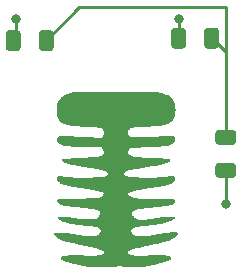
<source format=gbr>
G04 #@! TF.GenerationSoftware,KiCad,Pcbnew,(5.1.10)-1*
G04 #@! TF.CreationDate,2021-09-04T13:13:49-05:00*
G04 #@! TF.ProjectId,2b1,3262312e-6b69-4636-9164-5f7063625858,rev?*
G04 #@! TF.SameCoordinates,Original*
G04 #@! TF.FileFunction,Copper,L1,Top*
G04 #@! TF.FilePolarity,Positive*
%FSLAX46Y46*%
G04 Gerber Fmt 4.6, Leading zero omitted, Abs format (unit mm)*
G04 Created by KiCad (PCBNEW (5.1.10)-1) date 2021-09-04 13:13:49*
%MOMM*%
%LPD*%
G01*
G04 APERTURE LIST*
G04 #@! TA.AperFunction,EtchedComponent*
%ADD10C,0.010000*%
G04 #@! TD*
G04 #@! TA.AperFunction,ViaPad*
%ADD11C,0.800000*%
G04 #@! TD*
G04 #@! TA.AperFunction,Conductor*
%ADD12C,0.250000*%
G04 #@! TD*
G04 APERTURE END LIST*
D10*
G36*
X144221920Y-84143164D02*
G01*
X144451721Y-84143270D01*
X144679099Y-84143447D01*
X144902995Y-84143693D01*
X145122345Y-84144009D01*
X145336091Y-84144395D01*
X145543169Y-84144850D01*
X145742519Y-84145376D01*
X145933080Y-84145971D01*
X146113790Y-84146636D01*
X146283589Y-84147372D01*
X146441416Y-84148177D01*
X146586208Y-84149052D01*
X146716905Y-84149998D01*
X146832446Y-84151013D01*
X146931770Y-84152099D01*
X147013815Y-84153255D01*
X147077520Y-84154481D01*
X147121824Y-84155778D01*
X147140000Y-84156678D01*
X147336717Y-84176453D01*
X147530877Y-84208613D01*
X147719591Y-84252286D01*
X147899972Y-84306601D01*
X148069133Y-84370687D01*
X148224185Y-84443673D01*
X148362241Y-84524689D01*
X148364022Y-84525865D01*
X148471164Y-84606017D01*
X148561782Y-84694702D01*
X148637477Y-84794222D01*
X148699850Y-84906878D01*
X148750501Y-85034970D01*
X148774978Y-85116650D01*
X148819221Y-85303928D01*
X148847348Y-85479556D01*
X148859477Y-85645463D01*
X148855731Y-85803577D01*
X148836228Y-85955827D01*
X148829468Y-85990500D01*
X148798579Y-86123035D01*
X148764053Y-86237494D01*
X148724275Y-86336867D01*
X148677631Y-86424148D01*
X148622506Y-86502329D01*
X148557287Y-86574403D01*
X148480358Y-86643362D01*
X148474863Y-86647849D01*
X148429512Y-86682695D01*
X148381945Y-86714908D01*
X148331127Y-86744656D01*
X148276024Y-86772109D01*
X148215601Y-86797435D01*
X148148825Y-86820804D01*
X148074661Y-86842384D01*
X147992074Y-86862344D01*
X147900031Y-86880854D01*
X147797497Y-86898083D01*
X147683437Y-86914199D01*
X147556819Y-86929372D01*
X147416606Y-86943770D01*
X147261766Y-86957563D01*
X147091263Y-86970919D01*
X146904063Y-86984008D01*
X146699133Y-86996998D01*
X146475437Y-87010059D01*
X146231942Y-87023359D01*
X146150458Y-87027652D01*
X145985728Y-87036376D01*
X145840676Y-87044347D01*
X145713832Y-87051720D01*
X145603727Y-87058650D01*
X145508891Y-87065292D01*
X145427855Y-87071801D01*
X145359149Y-87078332D01*
X145301304Y-87085040D01*
X145252851Y-87092080D01*
X145212320Y-87099607D01*
X145178241Y-87107776D01*
X145149145Y-87116743D01*
X145123563Y-87126662D01*
X145100025Y-87137688D01*
X145098042Y-87138697D01*
X145027274Y-87185120D01*
X144962737Y-87246921D01*
X144907109Y-87319868D01*
X144863066Y-87399730D01*
X144833286Y-87482276D01*
X144820444Y-87563274D01*
X144820139Y-87578000D01*
X144828732Y-87655095D01*
X144852344Y-87731937D01*
X144888486Y-87804595D01*
X144934669Y-87869138D01*
X144988404Y-87921634D01*
X145047202Y-87958153D01*
X145065453Y-87965404D01*
X145101095Y-87975293D01*
X145146942Y-87983637D01*
X145204467Y-87990516D01*
X145275141Y-87996015D01*
X145360434Y-88000217D01*
X145461818Y-88003203D01*
X145580764Y-88005056D01*
X145718742Y-88005860D01*
X145785333Y-88005903D01*
X145907640Y-88005622D01*
X146013191Y-88004857D01*
X146106394Y-88003451D01*
X146191658Y-88001250D01*
X146273390Y-87998099D01*
X146355998Y-87993841D01*
X146443891Y-87988321D01*
X146541477Y-87981385D01*
X146594958Y-87977362D01*
X146736774Y-87966741D01*
X146868828Y-87957305D01*
X146993794Y-87948935D01*
X147114345Y-87941513D01*
X147233156Y-87934921D01*
X147352901Y-87929040D01*
X147476253Y-87923754D01*
X147605887Y-87918942D01*
X147744476Y-87914489D01*
X147894696Y-87910274D01*
X148059219Y-87906181D01*
X148240719Y-87902090D01*
X148352047Y-87899730D01*
X148701553Y-87892457D01*
X148772735Y-88041012D01*
X148797480Y-88094418D01*
X148818486Y-88143115D01*
X148834119Y-88183046D01*
X148842743Y-88210153D01*
X148843917Y-88217684D01*
X148836416Y-88256898D01*
X148812809Y-88297663D01*
X148771435Y-88342654D01*
X148759690Y-88353470D01*
X148652660Y-88436192D01*
X148529320Y-88507079D01*
X148391427Y-88565322D01*
X148240738Y-88610113D01*
X148167708Y-88625957D01*
X148115559Y-88635532D01*
X148061141Y-88644454D01*
X148003162Y-88652812D01*
X147940324Y-88660698D01*
X147871333Y-88668202D01*
X147794894Y-88675415D01*
X147709712Y-88682427D01*
X147614491Y-88689329D01*
X147507936Y-88696212D01*
X147388753Y-88703167D01*
X147255645Y-88710283D01*
X147107319Y-88717652D01*
X146942477Y-88725365D01*
X146759827Y-88733511D01*
X146558072Y-88742182D01*
X146430917Y-88747524D01*
X146228305Y-88756136D01*
X146046108Y-88764224D01*
X145883582Y-88771835D01*
X145739983Y-88779011D01*
X145614566Y-88785798D01*
X145506587Y-88792239D01*
X145415302Y-88798380D01*
X145339968Y-88804265D01*
X145279839Y-88809937D01*
X145234172Y-88815443D01*
X145202223Y-88820825D01*
X145201863Y-88820901D01*
X145109647Y-88849327D01*
X145028991Y-88894013D01*
X144957464Y-88955398D01*
X144912193Y-89004497D01*
X144881263Y-89046831D01*
X144862106Y-89088366D01*
X144852152Y-89135065D01*
X144848833Y-89192894D01*
X144848737Y-89207833D01*
X144853531Y-89289448D01*
X144869413Y-89356422D01*
X144898557Y-89412168D01*
X144943137Y-89460102D01*
X145005328Y-89503638D01*
X145053838Y-89529998D01*
X145097998Y-89550537D01*
X145146419Y-89569538D01*
X145200196Y-89587123D01*
X145260422Y-89603417D01*
X145328191Y-89618540D01*
X145404598Y-89632617D01*
X145490735Y-89645770D01*
X145587697Y-89658122D01*
X145696577Y-89669795D01*
X145818469Y-89680913D01*
X145954468Y-89691598D01*
X146105667Y-89701973D01*
X146273159Y-89712162D01*
X146458039Y-89722286D01*
X146661401Y-89732468D01*
X146884338Y-89742832D01*
X146991833Y-89747610D01*
X147204356Y-89757097D01*
X147396527Y-89766023D01*
X147569154Y-89774446D01*
X147723043Y-89782422D01*
X147859001Y-89790008D01*
X147977834Y-89797263D01*
X148080348Y-89804243D01*
X148167351Y-89811005D01*
X148239648Y-89817608D01*
X148298047Y-89824107D01*
X148343354Y-89830560D01*
X148376375Y-89837024D01*
X148397917Y-89843558D01*
X148406295Y-89847977D01*
X148417627Y-89859777D01*
X148417482Y-89875495D01*
X148410635Y-89894216D01*
X148387191Y-89931065D01*
X148348673Y-89969890D01*
X148300138Y-90006122D01*
X148263556Y-90027169D01*
X148184179Y-90062714D01*
X148084294Y-90099416D01*
X147964521Y-90137136D01*
X147825478Y-90175738D01*
X147667784Y-90215086D01*
X147492060Y-90255043D01*
X147298923Y-90295474D01*
X147088994Y-90336240D01*
X146862892Y-90377205D01*
X146621235Y-90418234D01*
X146364643Y-90459190D01*
X146171625Y-90488462D01*
X145965717Y-90519463D01*
X145779618Y-90548417D01*
X145612093Y-90575581D01*
X145461910Y-90601214D01*
X145327836Y-90625574D01*
X145208638Y-90648919D01*
X145103084Y-90671506D01*
X145009939Y-90693596D01*
X144927972Y-90715444D01*
X144855950Y-90737311D01*
X144792639Y-90759453D01*
X144736807Y-90782130D01*
X144709417Y-90794648D01*
X144633573Y-90836832D01*
X144577561Y-90882345D01*
X144540114Y-90932778D01*
X144519969Y-90989722D01*
X144515451Y-91038750D01*
X144522586Y-91102743D01*
X144544697Y-91157670D01*
X144582845Y-91204408D01*
X144638091Y-91243833D01*
X144711495Y-91276823D01*
X144804117Y-91304254D01*
X144848708Y-91314267D01*
X144936301Y-91329751D01*
X145043630Y-91344086D01*
X145169291Y-91357197D01*
X145311881Y-91369009D01*
X145469995Y-91379447D01*
X145642231Y-91388436D01*
X145827184Y-91395902D01*
X146023451Y-91401770D01*
X146229629Y-91405964D01*
X146444313Y-91408411D01*
X146626708Y-91409060D01*
X146864251Y-91408029D01*
X147083332Y-91404801D01*
X147286557Y-91399237D01*
X147476531Y-91391196D01*
X147655858Y-91380541D01*
X147827145Y-91367131D01*
X147992995Y-91350827D01*
X148156015Y-91331490D01*
X148210092Y-91324357D01*
X148347946Y-91306823D01*
X148465636Y-91294196D01*
X148563076Y-91286483D01*
X148640182Y-91283688D01*
X148696867Y-91285817D01*
X148730818Y-91292099D01*
X148774280Y-91316986D01*
X148806948Y-91357400D01*
X148827310Y-91409845D01*
X148833853Y-91470824D01*
X148828979Y-91519018D01*
X148814128Y-91560648D01*
X148785710Y-91609374D01*
X148747449Y-91660086D01*
X148703073Y-91707676D01*
X148670566Y-91736235D01*
X148630088Y-91766898D01*
X148587569Y-91795695D01*
X148541948Y-91822881D01*
X148492164Y-91848707D01*
X148437156Y-91873429D01*
X148375862Y-91897298D01*
X148307221Y-91920568D01*
X148230172Y-91943492D01*
X148143653Y-91966323D01*
X148046604Y-91989314D01*
X147937963Y-92012719D01*
X147816668Y-92036790D01*
X147681660Y-92061781D01*
X147531875Y-92087945D01*
X147366254Y-92115536D01*
X147183734Y-92144805D01*
X146983255Y-92176007D01*
X146763755Y-92209395D01*
X146557917Y-92240205D01*
X146376169Y-92267558D01*
X146213513Y-92292731D01*
X146068023Y-92316064D01*
X145937775Y-92337897D01*
X145820844Y-92358568D01*
X145715304Y-92378419D01*
X145619232Y-92397788D01*
X145530702Y-92417016D01*
X145451958Y-92435430D01*
X145303814Y-92473955D01*
X145176088Y-92512775D01*
X145068893Y-92551835D01*
X144982342Y-92591079D01*
X144916547Y-92630452D01*
X144871621Y-92669899D01*
X144847677Y-92709363D01*
X144843417Y-92734402D01*
X144852737Y-92782656D01*
X144878943Y-92834495D01*
X144919403Y-92885317D01*
X144942261Y-92907248D01*
X144976900Y-92933098D01*
X145026730Y-92964110D01*
X145087145Y-92997951D01*
X145153541Y-93032284D01*
X145221315Y-93064775D01*
X145285862Y-93093088D01*
X145342578Y-93114887D01*
X145367292Y-93122829D01*
X145397631Y-93131237D01*
X145428949Y-93138885D01*
X145462324Y-93145808D01*
X145498836Y-93152043D01*
X145539562Y-93157625D01*
X145585582Y-93162588D01*
X145637975Y-93166969D01*
X145697821Y-93170803D01*
X145766197Y-93174126D01*
X145844184Y-93176973D01*
X145932859Y-93179379D01*
X146033302Y-93181380D01*
X146146593Y-93183012D01*
X146273809Y-93184310D01*
X146416030Y-93185309D01*
X146574335Y-93186046D01*
X146749804Y-93186555D01*
X146943514Y-93186872D01*
X147156545Y-93187032D01*
X147320222Y-93187071D01*
X148659320Y-93187167D01*
X148723638Y-93253312D01*
X148767030Y-93299386D01*
X148796483Y-93334567D01*
X148814073Y-93361806D01*
X148821873Y-93384051D01*
X148822750Y-93394219D01*
X148814762Y-93413294D01*
X148793108Y-93441416D01*
X148761250Y-93475198D01*
X148722648Y-93511252D01*
X148680767Y-93546192D01*
X148639068Y-93576628D01*
X148630761Y-93582066D01*
X148605620Y-93597147D01*
X148578356Y-93611210D01*
X148547791Y-93624448D01*
X148512751Y-93637052D01*
X148472058Y-93649214D01*
X148424537Y-93661126D01*
X148369011Y-93672980D01*
X148304306Y-93684966D01*
X148229244Y-93697277D01*
X148142650Y-93710105D01*
X148043348Y-93723642D01*
X147930162Y-93738079D01*
X147801915Y-93753608D01*
X147657431Y-93770420D01*
X147495536Y-93788708D01*
X147315052Y-93808663D01*
X147114803Y-93830477D01*
X147092375Y-93832906D01*
X146890371Y-93854911D01*
X146708091Y-93875090D01*
X146544187Y-93893629D01*
X146397312Y-93910709D01*
X146266118Y-93926517D01*
X146149257Y-93941235D01*
X146045383Y-93955049D01*
X145953147Y-93968141D01*
X145871203Y-93980697D01*
X145798202Y-93992900D01*
X145732797Y-94004934D01*
X145673642Y-94016984D01*
X145619387Y-94029233D01*
X145575194Y-94040177D01*
X145477775Y-94070514D01*
X145386240Y-94109007D01*
X145305229Y-94153340D01*
X145239385Y-94201200D01*
X145223723Y-94215473D01*
X145175743Y-94268706D01*
X145144320Y-94320826D01*
X145129737Y-94373512D01*
X145132278Y-94428441D01*
X145152226Y-94487290D01*
X145189866Y-94551738D01*
X145245481Y-94623460D01*
X145303638Y-94687765D01*
X145361127Y-94745047D01*
X145419410Y-94795942D01*
X145479686Y-94840536D01*
X145543154Y-94878914D01*
X145611011Y-94911161D01*
X145684456Y-94937364D01*
X145764687Y-94957607D01*
X145852902Y-94971976D01*
X145950299Y-94980556D01*
X146058076Y-94983433D01*
X146177431Y-94980692D01*
X146309563Y-94972419D01*
X146455670Y-94958699D01*
X146616950Y-94939618D01*
X146794601Y-94915261D01*
X146989822Y-94885713D01*
X147203810Y-94851060D01*
X147319917Y-94831558D01*
X147427863Y-94813243D01*
X147517280Y-94798098D01*
X147590512Y-94785762D01*
X147649898Y-94775873D01*
X147697781Y-94768071D01*
X147736503Y-94761996D01*
X147768405Y-94757285D01*
X147795830Y-94753579D01*
X147821118Y-94750516D01*
X147846612Y-94747736D01*
X147874654Y-94744877D01*
X147896708Y-94742671D01*
X147936811Y-94739751D01*
X147992857Y-94737219D01*
X148061588Y-94735093D01*
X148139747Y-94733391D01*
X148224075Y-94732130D01*
X148311314Y-94731328D01*
X148398207Y-94731003D01*
X148481495Y-94731171D01*
X148557921Y-94731852D01*
X148624226Y-94733062D01*
X148677152Y-94734819D01*
X148713441Y-94737141D01*
X148722342Y-94738198D01*
X148758871Y-94747179D01*
X148775642Y-94761269D01*
X148773797Y-94782238D01*
X148762813Y-94800879D01*
X148742605Y-94822803D01*
X148709184Y-94852356D01*
X148667275Y-94885939D01*
X148621608Y-94919949D01*
X148576910Y-94950787D01*
X148537908Y-94974853D01*
X148525918Y-94981294D01*
X148476139Y-95003567D01*
X148409154Y-95029088D01*
X148328466Y-95056736D01*
X148237579Y-95085387D01*
X148139997Y-95113918D01*
X148039224Y-95141205D01*
X147981375Y-95155852D01*
X147717458Y-95215740D01*
X147434750Y-95270072D01*
X147134958Y-95318573D01*
X146819788Y-95360969D01*
X146490948Y-95396984D01*
X146473250Y-95398702D01*
X146313265Y-95414235D01*
X146172764Y-95428130D01*
X146050148Y-95440597D01*
X145943814Y-95451844D01*
X145852162Y-95462082D01*
X145773590Y-95471520D01*
X145706497Y-95480366D01*
X145649283Y-95488831D01*
X145600346Y-95497124D01*
X145558085Y-95505454D01*
X145520900Y-95514031D01*
X145487188Y-95523064D01*
X145460337Y-95531172D01*
X145386493Y-95558517D01*
X145326218Y-95591144D01*
X145271919Y-95633863D01*
X145227694Y-95678519D01*
X145167626Y-95752405D01*
X145127606Y-95821624D01*
X145107333Y-95887325D01*
X145106502Y-95950658D01*
X145124811Y-96012774D01*
X145134508Y-96032298D01*
X145160140Y-96070586D01*
X145197895Y-96116161D01*
X145242798Y-96163826D01*
X145289877Y-96208387D01*
X145334158Y-96244649D01*
X145345456Y-96252661D01*
X145376101Y-96271058D01*
X145410954Y-96286839D01*
X145451727Y-96300186D01*
X145500127Y-96311278D01*
X145557867Y-96320296D01*
X145626655Y-96327421D01*
X145708203Y-96332833D01*
X145804219Y-96336714D01*
X145916415Y-96339243D01*
X146046500Y-96340602D01*
X146181410Y-96340974D01*
X146572196Y-96341000D01*
X147028077Y-96261808D01*
X147231295Y-96226693D01*
X147415297Y-96195317D01*
X147581656Y-96167444D01*
X147731947Y-96142842D01*
X147867743Y-96121276D01*
X147990620Y-96102513D01*
X148102151Y-96086320D01*
X148203910Y-96072461D01*
X148297471Y-96060705D01*
X148384408Y-96050816D01*
X148466297Y-96042562D01*
X148544710Y-96035708D01*
X148557636Y-96034678D01*
X148691673Y-96026443D01*
X148805537Y-96024384D01*
X148899304Y-96028512D01*
X148973050Y-96038837D01*
X149026850Y-96055370D01*
X149060780Y-96078121D01*
X149074804Y-96106305D01*
X149069735Y-96132759D01*
X149050002Y-96169033D01*
X149018043Y-96212474D01*
X148976296Y-96260430D01*
X148927199Y-96310249D01*
X148873190Y-96359278D01*
X148816706Y-96404865D01*
X148769833Y-96438094D01*
X148670854Y-96498678D01*
X148563933Y-96554562D01*
X148446233Y-96606946D01*
X148314919Y-96657028D01*
X148167155Y-96706007D01*
X148059834Y-96738139D01*
X147989766Y-96758236D01*
X147923686Y-96776844D01*
X147859748Y-96794394D01*
X147796107Y-96811316D01*
X147730917Y-96828042D01*
X147662334Y-96845003D01*
X147588511Y-96862629D01*
X147507603Y-96881351D01*
X147417766Y-96901600D01*
X147317152Y-96923807D01*
X147203919Y-96948403D01*
X147076218Y-96975819D01*
X146932207Y-97006485D01*
X146770038Y-97040833D01*
X146700792Y-97055463D01*
X146494270Y-97099138D01*
X146307335Y-97138832D01*
X146138841Y-97174829D01*
X145987643Y-97207411D01*
X145852594Y-97236862D01*
X145732549Y-97263466D01*
X145626361Y-97287504D01*
X145532886Y-97309261D01*
X145450976Y-97329020D01*
X145379487Y-97347062D01*
X145317272Y-97363673D01*
X145263186Y-97379134D01*
X145216083Y-97393729D01*
X145174816Y-97407742D01*
X145138241Y-97421454D01*
X145105210Y-97435150D01*
X145074579Y-97449112D01*
X145045202Y-97463623D01*
X145041735Y-97465401D01*
X144966563Y-97510559D01*
X144903709Y-97561525D01*
X144856353Y-97615399D01*
X144832967Y-97655856D01*
X144818343Y-97709531D01*
X144823782Y-97757817D01*
X144849009Y-97799456D01*
X144868291Y-97816884D01*
X144926930Y-97853149D01*
X145004675Y-97887730D01*
X145099496Y-97920074D01*
X145209364Y-97949628D01*
X145332246Y-97975841D01*
X145466115Y-97998161D01*
X145594833Y-98014520D01*
X145644201Y-98018152D01*
X145712159Y-98020504D01*
X145796173Y-98021619D01*
X145893708Y-98021538D01*
X146002229Y-98020304D01*
X146119202Y-98017959D01*
X146242092Y-98014545D01*
X146368364Y-98010104D01*
X146495484Y-98004678D01*
X146620917Y-97998310D01*
X146642583Y-97997098D01*
X146767072Y-97990704D01*
X146897843Y-97985223D01*
X147031942Y-97980695D01*
X147166417Y-97977162D01*
X147298315Y-97974666D01*
X147424680Y-97973248D01*
X147542562Y-97972949D01*
X147649005Y-97973811D01*
X147741057Y-97975877D01*
X147815764Y-97979186D01*
X147833208Y-97980344D01*
X147991273Y-97995318D01*
X148130234Y-98015991D01*
X148251451Y-98042653D01*
X148356283Y-98075596D01*
X148434804Y-98109388D01*
X148474866Y-98130430D01*
X148499134Y-98147225D01*
X148511408Y-98163540D01*
X148515483Y-98183143D01*
X148515671Y-98189625D01*
X148508924Y-98217918D01*
X148487895Y-98247036D01*
X148451989Y-98277207D01*
X148400612Y-98308656D01*
X148333173Y-98341609D01*
X148249075Y-98376293D01*
X148147727Y-98412934D01*
X148028535Y-98451757D01*
X147890905Y-98492989D01*
X147734243Y-98536856D01*
X147557956Y-98583584D01*
X147361451Y-98633399D01*
X147330500Y-98641076D01*
X147148331Y-98685497D01*
X146983518Y-98724168D01*
X146833180Y-98757551D01*
X146694439Y-98786106D01*
X146564415Y-98810297D01*
X146440229Y-98830584D01*
X146319000Y-98847430D01*
X146197851Y-98861295D01*
X146073900Y-98872643D01*
X145944270Y-98881934D01*
X145806080Y-98889629D01*
X145769458Y-98891377D01*
X145711034Y-98893896D01*
X145639347Y-98896686D01*
X145557088Y-98899667D01*
X145466948Y-98902759D01*
X145371619Y-98905882D01*
X145273792Y-98908956D01*
X145176160Y-98911902D01*
X145081415Y-98914640D01*
X144992246Y-98917089D01*
X144911347Y-98919170D01*
X144841408Y-98920802D01*
X144785122Y-98921907D01*
X144745180Y-98922404D01*
X144727000Y-98922316D01*
X144705450Y-98918790D01*
X144667697Y-98909568D01*
X144617595Y-98895716D01*
X144558997Y-98878302D01*
X144495759Y-98858393D01*
X144494167Y-98857877D01*
X144298375Y-98794421D01*
X143965000Y-98832596D01*
X143800724Y-98851055D01*
X143653925Y-98866666D01*
X143521128Y-98879615D01*
X143398861Y-98890085D01*
X143283653Y-98898263D01*
X143172029Y-98904332D01*
X143060519Y-98908478D01*
X142945648Y-98910885D01*
X142823944Y-98911739D01*
X142691935Y-98911224D01*
X142546148Y-98909525D01*
X142525667Y-98909222D01*
X142335850Y-98905924D01*
X142165310Y-98901993D01*
X142012164Y-98897299D01*
X141874526Y-98891712D01*
X141750515Y-98885104D01*
X141638244Y-98877346D01*
X141535832Y-98868308D01*
X141441394Y-98857861D01*
X141353047Y-98845876D01*
X141268906Y-98832223D01*
X141192167Y-98817795D01*
X141102518Y-98799325D01*
X141000373Y-98777357D01*
X140888101Y-98752464D01*
X140768074Y-98725223D01*
X140642664Y-98696208D01*
X140514242Y-98665994D01*
X140385179Y-98635157D01*
X140257846Y-98604271D01*
X140134616Y-98573913D01*
X140017858Y-98544656D01*
X139909946Y-98517077D01*
X139813249Y-98491750D01*
X139730140Y-98469250D01*
X139662990Y-98450153D01*
X139614642Y-98435191D01*
X139506371Y-98394994D01*
X139406859Y-98349726D01*
X139320882Y-98301693D01*
X139278193Y-98272808D01*
X139232902Y-98233431D01*
X139208196Y-98197006D01*
X139204152Y-98163396D01*
X139220849Y-98132463D01*
X139258366Y-98104069D01*
X139316780Y-98078077D01*
X139396171Y-98054349D01*
X139403583Y-98052507D01*
X139507199Y-98031099D01*
X139629293Y-98012832D01*
X139767399Y-97997809D01*
X139919045Y-97986139D01*
X140081765Y-97977926D01*
X140253088Y-97973278D01*
X140430546Y-97972299D01*
X140611671Y-97975097D01*
X140793992Y-97981777D01*
X140906417Y-97987906D01*
X140999690Y-97992914D01*
X141104325Y-97997238D01*
X141217708Y-98000867D01*
X141337226Y-98003789D01*
X141460267Y-98005991D01*
X141584218Y-98007461D01*
X141706466Y-98008187D01*
X141824398Y-98008158D01*
X141935401Y-98007361D01*
X142036863Y-98005785D01*
X142126171Y-98003416D01*
X142200711Y-98000244D01*
X142257871Y-97996255D01*
X142276958Y-97994225D01*
X142419154Y-97974319D01*
X142541402Y-97952145D01*
X142644838Y-97927317D01*
X142730597Y-97899448D01*
X142799814Y-97868154D01*
X142853625Y-97833047D01*
X142893164Y-97793743D01*
X142901913Y-97781814D01*
X142923841Y-97735300D01*
X142926154Y-97688993D01*
X142908722Y-97642831D01*
X142871413Y-97596751D01*
X142814097Y-97550689D01*
X142736645Y-97504585D01*
X142638924Y-97458373D01*
X142520805Y-97411993D01*
X142382158Y-97365380D01*
X142222851Y-97318473D01*
X142042755Y-97271207D01*
X141841737Y-97223522D01*
X141657833Y-97183351D01*
X141593867Y-97169923D01*
X141513259Y-97153109D01*
X141420106Y-97133757D01*
X141318504Y-97112716D01*
X141212552Y-97090834D01*
X141106345Y-97068959D01*
X141012250Y-97049636D01*
X140742957Y-96993409D01*
X140494129Y-96939321D01*
X140265190Y-96887214D01*
X140055563Y-96836929D01*
X139864670Y-96788309D01*
X139691937Y-96741196D01*
X139536785Y-96695432D01*
X139398638Y-96650858D01*
X139276920Y-96607318D01*
X139171054Y-96564652D01*
X139080463Y-96522703D01*
X139070208Y-96517514D01*
X139038667Y-96500404D01*
X139009337Y-96481803D01*
X138979137Y-96459157D01*
X138944989Y-96429914D01*
X138903812Y-96391521D01*
X138852528Y-96341424D01*
X138825961Y-96315009D01*
X138761473Y-96249460D01*
X138712081Y-96196313D01*
X138676795Y-96154211D01*
X138654626Y-96121798D01*
X138644584Y-96097718D01*
X138645680Y-96080614D01*
X138650206Y-96074144D01*
X138665608Y-96069133D01*
X138699591Y-96064649D01*
X138749572Y-96060756D01*
X138812970Y-96057522D01*
X138887204Y-96055011D01*
X138969691Y-96053290D01*
X139057850Y-96052425D01*
X139149100Y-96052482D01*
X139240859Y-96053526D01*
X139330546Y-96055624D01*
X139350667Y-96056264D01*
X139393999Y-96057652D01*
X139432165Y-96058846D01*
X139466642Y-96060063D01*
X139498908Y-96061519D01*
X139530441Y-96063431D01*
X139562718Y-96066015D01*
X139597217Y-96069487D01*
X139635416Y-96074064D01*
X139678791Y-96079961D01*
X139728821Y-96087397D01*
X139786983Y-96096585D01*
X139854756Y-96107744D01*
X139933615Y-96121090D01*
X140025040Y-96136838D01*
X140130507Y-96155205D01*
X140251495Y-96176408D01*
X140389481Y-96200663D01*
X140545942Y-96228186D01*
X140651198Y-96246691D01*
X141195021Y-96342266D01*
X141710105Y-96338987D01*
X142225190Y-96335708D01*
X142305023Y-96296240D01*
X142374210Y-96253984D01*
X142440491Y-96198656D01*
X142500706Y-96134206D01*
X142551697Y-96064587D01*
X142590303Y-95993748D01*
X142613367Y-95925641D01*
X142616784Y-95906328D01*
X142617748Y-95869804D01*
X142609225Y-95833898D01*
X142589418Y-95794868D01*
X142556530Y-95748969D01*
X142520649Y-95706000D01*
X142457029Y-95637947D01*
X142398728Y-95587023D01*
X142342683Y-95550919D01*
X142285832Y-95527326D01*
X142282250Y-95526234D01*
X142235763Y-95513793D01*
X142179517Y-95501476D01*
X142112244Y-95489117D01*
X142032674Y-95476548D01*
X141939539Y-95463601D01*
X141831570Y-95450110D01*
X141707498Y-95435907D01*
X141566053Y-95420826D01*
X141405968Y-95404698D01*
X141234500Y-95388164D01*
X141023486Y-95367466D01*
X140831527Y-95347030D01*
X140656521Y-95326482D01*
X140496366Y-95305444D01*
X140348961Y-95283542D01*
X140212202Y-95260398D01*
X140083989Y-95235636D01*
X139962219Y-95208882D01*
X139844790Y-95179757D01*
X139729601Y-95147888D01*
X139614549Y-95112896D01*
X139516287Y-95080753D01*
X139386326Y-95034493D01*
X139270024Y-94987966D01*
X139168966Y-94941923D01*
X139084735Y-94897119D01*
X139018916Y-94854306D01*
X138989514Y-94830424D01*
X138960113Y-94798664D01*
X138950202Y-94773089D01*
X138959623Y-94752010D01*
X138980776Y-94737353D01*
X139030320Y-94719847D01*
X139099569Y-94708406D01*
X139188587Y-94703031D01*
X139297435Y-94703730D01*
X139426176Y-94710505D01*
X139574871Y-94723361D01*
X139743582Y-94742303D01*
X139932373Y-94767335D01*
X140141304Y-94798461D01*
X140370438Y-94835686D01*
X140379987Y-94837296D01*
X140473146Y-94852706D01*
X140565728Y-94867443D01*
X140654158Y-94880980D01*
X140734863Y-94892788D01*
X140804267Y-94902341D01*
X140858796Y-94909112D01*
X140885250Y-94911831D01*
X140923605Y-94914378D01*
X140980260Y-94917017D01*
X141052347Y-94919667D01*
X141137001Y-94922245D01*
X141231353Y-94924669D01*
X141332539Y-94926858D01*
X141437690Y-94928729D01*
X141514958Y-94929843D01*
X141651882Y-94931505D01*
X141769533Y-94932459D01*
X141869802Y-94932370D01*
X141954578Y-94930899D01*
X142025752Y-94927709D01*
X142085214Y-94922464D01*
X142134855Y-94914827D01*
X142176565Y-94904459D01*
X142212234Y-94891025D01*
X142243753Y-94874186D01*
X142273013Y-94853606D01*
X142301903Y-94828947D01*
X142332313Y-94799873D01*
X142351624Y-94780622D01*
X142438615Y-94685659D01*
X142505267Y-94595851D01*
X142551607Y-94511354D01*
X142577660Y-94432323D01*
X142583451Y-94358911D01*
X142569005Y-94291275D01*
X142534347Y-94229569D01*
X142479503Y-94173947D01*
X142404498Y-94124565D01*
X142309357Y-94081577D01*
X142233591Y-94056200D01*
X142179829Y-94041195D01*
X142120726Y-94026655D01*
X142054937Y-94012385D01*
X141981117Y-93998192D01*
X141897922Y-93983882D01*
X141804006Y-93969259D01*
X141698026Y-93954131D01*
X141578636Y-93938303D01*
X141444492Y-93921580D01*
X141294249Y-93903769D01*
X141126562Y-93884675D01*
X140940088Y-93864104D01*
X140795292Y-93848468D01*
X140581930Y-93825467D01*
X140388554Y-93804313D01*
X140214078Y-93784853D01*
X140057416Y-93766929D01*
X139917482Y-93750386D01*
X139793190Y-93735069D01*
X139683454Y-93720822D01*
X139587189Y-93707489D01*
X139503307Y-93694915D01*
X139430725Y-93682943D01*
X139368355Y-93671419D01*
X139315111Y-93660187D01*
X139269909Y-93649090D01*
X139231661Y-93637974D01*
X139199282Y-93626682D01*
X139173802Y-93616032D01*
X139133085Y-93592270D01*
X139088449Y-93557724D01*
X139043113Y-93515945D01*
X139000298Y-93470482D01*
X138963222Y-93424883D01*
X138935103Y-93382698D01*
X138919162Y-93347477D01*
X138916750Y-93332607D01*
X138922695Y-93302098D01*
X138941631Y-93277169D01*
X138975206Y-93257083D01*
X139025070Y-93241107D01*
X139092872Y-93228504D01*
X139170750Y-93219425D01*
X139213146Y-93216345D01*
X139276250Y-93213166D01*
X139359606Y-93209898D01*
X139462756Y-93206551D01*
X139585243Y-93203137D01*
X139726608Y-93199664D01*
X139886394Y-93196144D01*
X140064145Y-93192587D01*
X140259402Y-93189004D01*
X140471708Y-93185403D01*
X140700605Y-93181797D01*
X140945636Y-93178195D01*
X141070458Y-93176449D01*
X141263124Y-93173698D01*
X141435838Y-93171008D01*
X141589813Y-93168329D01*
X141726264Y-93165614D01*
X141846406Y-93162814D01*
X141951452Y-93159880D01*
X142042617Y-93156765D01*
X142121114Y-93153420D01*
X142188158Y-93149796D01*
X142244963Y-93145847D01*
X142292743Y-93141522D01*
X142332713Y-93136774D01*
X142366085Y-93131555D01*
X142394076Y-93125816D01*
X142403958Y-93123384D01*
X142471086Y-93102258D01*
X142543556Y-93073127D01*
X142615599Y-93038843D01*
X142681443Y-93002259D01*
X142735317Y-92966229D01*
X142755858Y-92949407D01*
X142807158Y-92889763D01*
X142839861Y-92820326D01*
X142853393Y-92742398D01*
X142853750Y-92726763D01*
X142851721Y-92689053D01*
X142843428Y-92662490D01*
X142825560Y-92637264D01*
X142822285Y-92633483D01*
X142796617Y-92609851D01*
X142761200Y-92587183D01*
X142714419Y-92564926D01*
X142654658Y-92542530D01*
X142580299Y-92519444D01*
X142489728Y-92495118D01*
X142381328Y-92469000D01*
X142261083Y-92442182D01*
X142159923Y-92420644D01*
X142058138Y-92399764D01*
X141953518Y-92379150D01*
X141843852Y-92358408D01*
X141726929Y-92337145D01*
X141600538Y-92314967D01*
X141462468Y-92291482D01*
X141310507Y-92266295D01*
X141142445Y-92239014D01*
X140956072Y-92209245D01*
X140917000Y-92203052D01*
X140698989Y-92168261D01*
X140500782Y-92135993D01*
X140321201Y-92105967D01*
X140159068Y-92077904D01*
X140013208Y-92051525D01*
X139882441Y-92026550D01*
X139765592Y-92002700D01*
X139661484Y-91979694D01*
X139568938Y-91957255D01*
X139486778Y-91935102D01*
X139413826Y-91912955D01*
X139348906Y-91890535D01*
X139290840Y-91867563D01*
X139238451Y-91843760D01*
X139190562Y-91818844D01*
X139145996Y-91792538D01*
X139121535Y-91776753D01*
X139057032Y-91728430D01*
X138998155Y-91674073D01*
X138949567Y-91618445D01*
X138916407Y-91567244D01*
X138896653Y-91509334D01*
X138893399Y-91449879D01*
X138905512Y-91393384D01*
X138931857Y-91344358D01*
X138971299Y-91307307D01*
X138983643Y-91300148D01*
X139000291Y-91292233D01*
X139016698Y-91287021D01*
X139036833Y-91284350D01*
X139064665Y-91284060D01*
X139104162Y-91285988D01*
X139159293Y-91289974D01*
X139184727Y-91291959D01*
X139248947Y-91297513D01*
X139327116Y-91305051D01*
X139412188Y-91313849D01*
X139497119Y-91323181D01*
X139562333Y-91330799D01*
X139696413Y-91346662D01*
X139818359Y-91360267D01*
X139931256Y-91371781D01*
X140038190Y-91381369D01*
X140142244Y-91389197D01*
X140246504Y-91395430D01*
X140354054Y-91400233D01*
X140467980Y-91403773D01*
X140591365Y-91406215D01*
X140727295Y-91407724D01*
X140878855Y-91408466D01*
X141012250Y-91408619D01*
X141290225Y-91407690D01*
X141547539Y-91404913D01*
X141784620Y-91400242D01*
X142001896Y-91393635D01*
X142199795Y-91385048D01*
X142378746Y-91374437D01*
X142539177Y-91361759D01*
X142681516Y-91346970D01*
X142806192Y-91330026D01*
X142913631Y-91310885D01*
X143004264Y-91289503D01*
X143078517Y-91265835D01*
X143136820Y-91239839D01*
X143179600Y-91211470D01*
X143203971Y-91185610D01*
X143218323Y-91161467D01*
X143226140Y-91135037D01*
X143229179Y-91098742D01*
X143229458Y-91075792D01*
X143223627Y-91012866D01*
X143204948Y-90958299D01*
X143171643Y-90909915D01*
X143121931Y-90865538D01*
X143054034Y-90822993D01*
X143000557Y-90795883D01*
X142941852Y-90770073D01*
X142876292Y-90745349D01*
X142802387Y-90721376D01*
X142718643Y-90697817D01*
X142623570Y-90674334D01*
X142515675Y-90650590D01*
X142393467Y-90626249D01*
X142255454Y-90600974D01*
X142100143Y-90574426D01*
X141926043Y-90546270D01*
X141827167Y-90530816D01*
X141540123Y-90485752D01*
X141273588Y-90442521D01*
X141026997Y-90400996D01*
X140799784Y-90361049D01*
X140591382Y-90322554D01*
X140401224Y-90285384D01*
X140228746Y-90249411D01*
X140073380Y-90214508D01*
X139934561Y-90180548D01*
X139811722Y-90147404D01*
X139704298Y-90114948D01*
X139611722Y-90083055D01*
X139533428Y-90051595D01*
X139468850Y-90020443D01*
X139417767Y-89989708D01*
X139384049Y-89961346D01*
X139356396Y-89928407D01*
X139337044Y-89895106D01*
X139328227Y-89865658D01*
X139332178Y-89844279D01*
X139337850Y-89838922D01*
X139354934Y-89834497D01*
X139392778Y-89829364D01*
X139450986Y-89823550D01*
X139529163Y-89817083D01*
X139626915Y-89809989D01*
X139743847Y-89802295D01*
X139879564Y-89794027D01*
X140033671Y-89785213D01*
X140205773Y-89775880D01*
X140395476Y-89766054D01*
X140446042Y-89763502D01*
X140664709Y-89752408D01*
X140863575Y-89742073D01*
X141043987Y-89732418D01*
X141207294Y-89723362D01*
X141354845Y-89714822D01*
X141487987Y-89706718D01*
X141608068Y-89698969D01*
X141716438Y-89691494D01*
X141814444Y-89684212D01*
X141903435Y-89677041D01*
X141948875Y-89673129D01*
X142113756Y-89657123D01*
X142258776Y-89639686D01*
X142385219Y-89620318D01*
X142494370Y-89598525D01*
X142587513Y-89573809D01*
X142665933Y-89545673D01*
X142730914Y-89513621D01*
X142783741Y-89477156D01*
X142825699Y-89435781D01*
X142858072Y-89389000D01*
X142882144Y-89336316D01*
X142891126Y-89308791D01*
X142901733Y-89259758D01*
X142903396Y-89212489D01*
X142895063Y-89164733D01*
X142875683Y-89114242D01*
X142844206Y-89058763D01*
X142799580Y-88996046D01*
X142740754Y-88923841D01*
X142677952Y-88852383D01*
X142600915Y-88766808D01*
X142052645Y-88759773D01*
X141790284Y-88755867D01*
X141537539Y-88751028D01*
X141295515Y-88745301D01*
X141065313Y-88738731D01*
X140848038Y-88731365D01*
X140644793Y-88723249D01*
X140456680Y-88714427D01*
X140284803Y-88704946D01*
X140130265Y-88694852D01*
X139994169Y-88684190D01*
X139877619Y-88673006D01*
X139830350Y-88667635D01*
X139655406Y-88643368D01*
X139499118Y-88615008D01*
X139361847Y-88582671D01*
X139243957Y-88546469D01*
X139145809Y-88506517D01*
X139067766Y-88462929D01*
X139010190Y-88415819D01*
X139002131Y-88407091D01*
X138970038Y-88362542D01*
X138941519Y-88308397D01*
X138919671Y-88251960D01*
X138907591Y-88200532D01*
X138906167Y-88180799D01*
X138909523Y-88142439D01*
X138921062Y-88106280D01*
X138942990Y-88068408D01*
X138977512Y-88024908D01*
X139019782Y-87979152D01*
X139103054Y-87892693D01*
X139658131Y-87904930D01*
X139835857Y-87909007D01*
X139995066Y-87913027D01*
X140138406Y-87917102D01*
X140268528Y-87921341D01*
X140388079Y-87925855D01*
X140499709Y-87930754D01*
X140606066Y-87936149D01*
X140709800Y-87942151D01*
X140813559Y-87948869D01*
X140919993Y-87956414D01*
X140954042Y-87958945D01*
X141070225Y-87967403D01*
X141180980Y-87974858D01*
X141289453Y-87981452D01*
X141398789Y-87987329D01*
X141512138Y-87992630D01*
X141632644Y-87997499D01*
X141763454Y-88002077D01*
X141907716Y-88006507D01*
X142068576Y-88010931D01*
X142147501Y-88012965D01*
X142631878Y-88025234D01*
X142707543Y-87963013D01*
X142785881Y-87888175D01*
X142843995Y-87808711D01*
X142882546Y-87723449D01*
X142902194Y-87631220D01*
X142903680Y-87615042D01*
X142900922Y-87518999D01*
X142878806Y-87428331D01*
X142838842Y-87344856D01*
X142782539Y-87270397D01*
X142711404Y-87206772D01*
X142626948Y-87155801D01*
X142530678Y-87119305D01*
X142483333Y-87107976D01*
X142440136Y-87099841D01*
X142395506Y-87092403D01*
X142347699Y-87085521D01*
X142294971Y-87079052D01*
X142235579Y-87072854D01*
X142167777Y-87066783D01*
X142089823Y-87060698D01*
X141999973Y-87054456D01*
X141896481Y-87047915D01*
X141777606Y-87040932D01*
X141641602Y-87033364D01*
X141486725Y-87025069D01*
X141435583Y-87022379D01*
X141186495Y-87008779D01*
X140957531Y-86995046D01*
X140747648Y-86980973D01*
X140555805Y-86966353D01*
X140380959Y-86950978D01*
X140222067Y-86934642D01*
X140078088Y-86917137D01*
X139947978Y-86898256D01*
X139830695Y-86877793D01*
X139725196Y-86855540D01*
X139630441Y-86831290D01*
X139545385Y-86804836D01*
X139468987Y-86775971D01*
X139400203Y-86744487D01*
X139337993Y-86710178D01*
X139281313Y-86672837D01*
X139229120Y-86632256D01*
X139180374Y-86588229D01*
X139162829Y-86570849D01*
X139097177Y-86498150D01*
X139042034Y-86422806D01*
X138996784Y-86342610D01*
X138960811Y-86255355D01*
X138933498Y-86158835D01*
X138914227Y-86050845D01*
X138902384Y-85929177D01*
X138897350Y-85791625D01*
X138898510Y-85635984D01*
X138898763Y-85626009D01*
X138907195Y-85448937D01*
X138922650Y-85290837D01*
X138945086Y-85151959D01*
X138974460Y-85032553D01*
X139010729Y-84932871D01*
X139019776Y-84913309D01*
X139040797Y-84879311D01*
X139075075Y-84834816D01*
X139119643Y-84782924D01*
X139171535Y-84726733D01*
X139227783Y-84669342D01*
X139285421Y-84613849D01*
X139341482Y-84563353D01*
X139392998Y-84520953D01*
X139402030Y-84514067D01*
X139501451Y-84445706D01*
X139607346Y-84385680D01*
X139721451Y-84333517D01*
X139845502Y-84288744D01*
X139981233Y-84250891D01*
X140130382Y-84219485D01*
X140294683Y-84194055D01*
X140475872Y-84174129D01*
X140675684Y-84159234D01*
X140715917Y-84156933D01*
X140751452Y-84155587D01*
X140806850Y-84154310D01*
X140881050Y-84153102D01*
X140972989Y-84151962D01*
X141081607Y-84150891D01*
X141205844Y-84149890D01*
X141344636Y-84148957D01*
X141496924Y-84148093D01*
X141661647Y-84147298D01*
X141837742Y-84146573D01*
X142024150Y-84145916D01*
X142219808Y-84145329D01*
X142423655Y-84144811D01*
X142634632Y-84144362D01*
X142851675Y-84143983D01*
X143073724Y-84143672D01*
X143299718Y-84143432D01*
X143528596Y-84143260D01*
X143759296Y-84143159D01*
X143990758Y-84143126D01*
X144221920Y-84143164D01*
G37*
X144221920Y-84143164D02*
X144451721Y-84143270D01*
X144679099Y-84143447D01*
X144902995Y-84143693D01*
X145122345Y-84144009D01*
X145336091Y-84144395D01*
X145543169Y-84144850D01*
X145742519Y-84145376D01*
X145933080Y-84145971D01*
X146113790Y-84146636D01*
X146283589Y-84147372D01*
X146441416Y-84148177D01*
X146586208Y-84149052D01*
X146716905Y-84149998D01*
X146832446Y-84151013D01*
X146931770Y-84152099D01*
X147013815Y-84153255D01*
X147077520Y-84154481D01*
X147121824Y-84155778D01*
X147140000Y-84156678D01*
X147336717Y-84176453D01*
X147530877Y-84208613D01*
X147719591Y-84252286D01*
X147899972Y-84306601D01*
X148069133Y-84370687D01*
X148224185Y-84443673D01*
X148362241Y-84524689D01*
X148364022Y-84525865D01*
X148471164Y-84606017D01*
X148561782Y-84694702D01*
X148637477Y-84794222D01*
X148699850Y-84906878D01*
X148750501Y-85034970D01*
X148774978Y-85116650D01*
X148819221Y-85303928D01*
X148847348Y-85479556D01*
X148859477Y-85645463D01*
X148855731Y-85803577D01*
X148836228Y-85955827D01*
X148829468Y-85990500D01*
X148798579Y-86123035D01*
X148764053Y-86237494D01*
X148724275Y-86336867D01*
X148677631Y-86424148D01*
X148622506Y-86502329D01*
X148557287Y-86574403D01*
X148480358Y-86643362D01*
X148474863Y-86647849D01*
X148429512Y-86682695D01*
X148381945Y-86714908D01*
X148331127Y-86744656D01*
X148276024Y-86772109D01*
X148215601Y-86797435D01*
X148148825Y-86820804D01*
X148074661Y-86842384D01*
X147992074Y-86862344D01*
X147900031Y-86880854D01*
X147797497Y-86898083D01*
X147683437Y-86914199D01*
X147556819Y-86929372D01*
X147416606Y-86943770D01*
X147261766Y-86957563D01*
X147091263Y-86970919D01*
X146904063Y-86984008D01*
X146699133Y-86996998D01*
X146475437Y-87010059D01*
X146231942Y-87023359D01*
X146150458Y-87027652D01*
X145985728Y-87036376D01*
X145840676Y-87044347D01*
X145713832Y-87051720D01*
X145603727Y-87058650D01*
X145508891Y-87065292D01*
X145427855Y-87071801D01*
X145359149Y-87078332D01*
X145301304Y-87085040D01*
X145252851Y-87092080D01*
X145212320Y-87099607D01*
X145178241Y-87107776D01*
X145149145Y-87116743D01*
X145123563Y-87126662D01*
X145100025Y-87137688D01*
X145098042Y-87138697D01*
X145027274Y-87185120D01*
X144962737Y-87246921D01*
X144907109Y-87319868D01*
X144863066Y-87399730D01*
X144833286Y-87482276D01*
X144820444Y-87563274D01*
X144820139Y-87578000D01*
X144828732Y-87655095D01*
X144852344Y-87731937D01*
X144888486Y-87804595D01*
X144934669Y-87869138D01*
X144988404Y-87921634D01*
X145047202Y-87958153D01*
X145065453Y-87965404D01*
X145101095Y-87975293D01*
X145146942Y-87983637D01*
X145204467Y-87990516D01*
X145275141Y-87996015D01*
X145360434Y-88000217D01*
X145461818Y-88003203D01*
X145580764Y-88005056D01*
X145718742Y-88005860D01*
X145785333Y-88005903D01*
X145907640Y-88005622D01*
X146013191Y-88004857D01*
X146106394Y-88003451D01*
X146191658Y-88001250D01*
X146273390Y-87998099D01*
X146355998Y-87993841D01*
X146443891Y-87988321D01*
X146541477Y-87981385D01*
X146594958Y-87977362D01*
X146736774Y-87966741D01*
X146868828Y-87957305D01*
X146993794Y-87948935D01*
X147114345Y-87941513D01*
X147233156Y-87934921D01*
X147352901Y-87929040D01*
X147476253Y-87923754D01*
X147605887Y-87918942D01*
X147744476Y-87914489D01*
X147894696Y-87910274D01*
X148059219Y-87906181D01*
X148240719Y-87902090D01*
X148352047Y-87899730D01*
X148701553Y-87892457D01*
X148772735Y-88041012D01*
X148797480Y-88094418D01*
X148818486Y-88143115D01*
X148834119Y-88183046D01*
X148842743Y-88210153D01*
X148843917Y-88217684D01*
X148836416Y-88256898D01*
X148812809Y-88297663D01*
X148771435Y-88342654D01*
X148759690Y-88353470D01*
X148652660Y-88436192D01*
X148529320Y-88507079D01*
X148391427Y-88565322D01*
X148240738Y-88610113D01*
X148167708Y-88625957D01*
X148115559Y-88635532D01*
X148061141Y-88644454D01*
X148003162Y-88652812D01*
X147940324Y-88660698D01*
X147871333Y-88668202D01*
X147794894Y-88675415D01*
X147709712Y-88682427D01*
X147614491Y-88689329D01*
X147507936Y-88696212D01*
X147388753Y-88703167D01*
X147255645Y-88710283D01*
X147107319Y-88717652D01*
X146942477Y-88725365D01*
X146759827Y-88733511D01*
X146558072Y-88742182D01*
X146430917Y-88747524D01*
X146228305Y-88756136D01*
X146046108Y-88764224D01*
X145883582Y-88771835D01*
X145739983Y-88779011D01*
X145614566Y-88785798D01*
X145506587Y-88792239D01*
X145415302Y-88798380D01*
X145339968Y-88804265D01*
X145279839Y-88809937D01*
X145234172Y-88815443D01*
X145202223Y-88820825D01*
X145201863Y-88820901D01*
X145109647Y-88849327D01*
X145028991Y-88894013D01*
X144957464Y-88955398D01*
X144912193Y-89004497D01*
X144881263Y-89046831D01*
X144862106Y-89088366D01*
X144852152Y-89135065D01*
X144848833Y-89192894D01*
X144848737Y-89207833D01*
X144853531Y-89289448D01*
X144869413Y-89356422D01*
X144898557Y-89412168D01*
X144943137Y-89460102D01*
X145005328Y-89503638D01*
X145053838Y-89529998D01*
X145097998Y-89550537D01*
X145146419Y-89569538D01*
X145200196Y-89587123D01*
X145260422Y-89603417D01*
X145328191Y-89618540D01*
X145404598Y-89632617D01*
X145490735Y-89645770D01*
X145587697Y-89658122D01*
X145696577Y-89669795D01*
X145818469Y-89680913D01*
X145954468Y-89691598D01*
X146105667Y-89701973D01*
X146273159Y-89712162D01*
X146458039Y-89722286D01*
X146661401Y-89732468D01*
X146884338Y-89742832D01*
X146991833Y-89747610D01*
X147204356Y-89757097D01*
X147396527Y-89766023D01*
X147569154Y-89774446D01*
X147723043Y-89782422D01*
X147859001Y-89790008D01*
X147977834Y-89797263D01*
X148080348Y-89804243D01*
X148167351Y-89811005D01*
X148239648Y-89817608D01*
X148298047Y-89824107D01*
X148343354Y-89830560D01*
X148376375Y-89837024D01*
X148397917Y-89843558D01*
X148406295Y-89847977D01*
X148417627Y-89859777D01*
X148417482Y-89875495D01*
X148410635Y-89894216D01*
X148387191Y-89931065D01*
X148348673Y-89969890D01*
X148300138Y-90006122D01*
X148263556Y-90027169D01*
X148184179Y-90062714D01*
X148084294Y-90099416D01*
X147964521Y-90137136D01*
X147825478Y-90175738D01*
X147667784Y-90215086D01*
X147492060Y-90255043D01*
X147298923Y-90295474D01*
X147088994Y-90336240D01*
X146862892Y-90377205D01*
X146621235Y-90418234D01*
X146364643Y-90459190D01*
X146171625Y-90488462D01*
X145965717Y-90519463D01*
X145779618Y-90548417D01*
X145612093Y-90575581D01*
X145461910Y-90601214D01*
X145327836Y-90625574D01*
X145208638Y-90648919D01*
X145103084Y-90671506D01*
X145009939Y-90693596D01*
X144927972Y-90715444D01*
X144855950Y-90737311D01*
X144792639Y-90759453D01*
X144736807Y-90782130D01*
X144709417Y-90794648D01*
X144633573Y-90836832D01*
X144577561Y-90882345D01*
X144540114Y-90932778D01*
X144519969Y-90989722D01*
X144515451Y-91038750D01*
X144522586Y-91102743D01*
X144544697Y-91157670D01*
X144582845Y-91204408D01*
X144638091Y-91243833D01*
X144711495Y-91276823D01*
X144804117Y-91304254D01*
X144848708Y-91314267D01*
X144936301Y-91329751D01*
X145043630Y-91344086D01*
X145169291Y-91357197D01*
X145311881Y-91369009D01*
X145469995Y-91379447D01*
X145642231Y-91388436D01*
X145827184Y-91395902D01*
X146023451Y-91401770D01*
X146229629Y-91405964D01*
X146444313Y-91408411D01*
X146626708Y-91409060D01*
X146864251Y-91408029D01*
X147083332Y-91404801D01*
X147286557Y-91399237D01*
X147476531Y-91391196D01*
X147655858Y-91380541D01*
X147827145Y-91367131D01*
X147992995Y-91350827D01*
X148156015Y-91331490D01*
X148210092Y-91324357D01*
X148347946Y-91306823D01*
X148465636Y-91294196D01*
X148563076Y-91286483D01*
X148640182Y-91283688D01*
X148696867Y-91285817D01*
X148730818Y-91292099D01*
X148774280Y-91316986D01*
X148806948Y-91357400D01*
X148827310Y-91409845D01*
X148833853Y-91470824D01*
X148828979Y-91519018D01*
X148814128Y-91560648D01*
X148785710Y-91609374D01*
X148747449Y-91660086D01*
X148703073Y-91707676D01*
X148670566Y-91736235D01*
X148630088Y-91766898D01*
X148587569Y-91795695D01*
X148541948Y-91822881D01*
X148492164Y-91848707D01*
X148437156Y-91873429D01*
X148375862Y-91897298D01*
X148307221Y-91920568D01*
X148230172Y-91943492D01*
X148143653Y-91966323D01*
X148046604Y-91989314D01*
X147937963Y-92012719D01*
X147816668Y-92036790D01*
X147681660Y-92061781D01*
X147531875Y-92087945D01*
X147366254Y-92115536D01*
X147183734Y-92144805D01*
X146983255Y-92176007D01*
X146763755Y-92209395D01*
X146557917Y-92240205D01*
X146376169Y-92267558D01*
X146213513Y-92292731D01*
X146068023Y-92316064D01*
X145937775Y-92337897D01*
X145820844Y-92358568D01*
X145715304Y-92378419D01*
X145619232Y-92397788D01*
X145530702Y-92417016D01*
X145451958Y-92435430D01*
X145303814Y-92473955D01*
X145176088Y-92512775D01*
X145068893Y-92551835D01*
X144982342Y-92591079D01*
X144916547Y-92630452D01*
X144871621Y-92669899D01*
X144847677Y-92709363D01*
X144843417Y-92734402D01*
X144852737Y-92782656D01*
X144878943Y-92834495D01*
X144919403Y-92885317D01*
X144942261Y-92907248D01*
X144976900Y-92933098D01*
X145026730Y-92964110D01*
X145087145Y-92997951D01*
X145153541Y-93032284D01*
X145221315Y-93064775D01*
X145285862Y-93093088D01*
X145342578Y-93114887D01*
X145367292Y-93122829D01*
X145397631Y-93131237D01*
X145428949Y-93138885D01*
X145462324Y-93145808D01*
X145498836Y-93152043D01*
X145539562Y-93157625D01*
X145585582Y-93162588D01*
X145637975Y-93166969D01*
X145697821Y-93170803D01*
X145766197Y-93174126D01*
X145844184Y-93176973D01*
X145932859Y-93179379D01*
X146033302Y-93181380D01*
X146146593Y-93183012D01*
X146273809Y-93184310D01*
X146416030Y-93185309D01*
X146574335Y-93186046D01*
X146749804Y-93186555D01*
X146943514Y-93186872D01*
X147156545Y-93187032D01*
X147320222Y-93187071D01*
X148659320Y-93187167D01*
X148723638Y-93253312D01*
X148767030Y-93299386D01*
X148796483Y-93334567D01*
X148814073Y-93361806D01*
X148821873Y-93384051D01*
X148822750Y-93394219D01*
X148814762Y-93413294D01*
X148793108Y-93441416D01*
X148761250Y-93475198D01*
X148722648Y-93511252D01*
X148680767Y-93546192D01*
X148639068Y-93576628D01*
X148630761Y-93582066D01*
X148605620Y-93597147D01*
X148578356Y-93611210D01*
X148547791Y-93624448D01*
X148512751Y-93637052D01*
X148472058Y-93649214D01*
X148424537Y-93661126D01*
X148369011Y-93672980D01*
X148304306Y-93684966D01*
X148229244Y-93697277D01*
X148142650Y-93710105D01*
X148043348Y-93723642D01*
X147930162Y-93738079D01*
X147801915Y-93753608D01*
X147657431Y-93770420D01*
X147495536Y-93788708D01*
X147315052Y-93808663D01*
X147114803Y-93830477D01*
X147092375Y-93832906D01*
X146890371Y-93854911D01*
X146708091Y-93875090D01*
X146544187Y-93893629D01*
X146397312Y-93910709D01*
X146266118Y-93926517D01*
X146149257Y-93941235D01*
X146045383Y-93955049D01*
X145953147Y-93968141D01*
X145871203Y-93980697D01*
X145798202Y-93992900D01*
X145732797Y-94004934D01*
X145673642Y-94016984D01*
X145619387Y-94029233D01*
X145575194Y-94040177D01*
X145477775Y-94070514D01*
X145386240Y-94109007D01*
X145305229Y-94153340D01*
X145239385Y-94201200D01*
X145223723Y-94215473D01*
X145175743Y-94268706D01*
X145144320Y-94320826D01*
X145129737Y-94373512D01*
X145132278Y-94428441D01*
X145152226Y-94487290D01*
X145189866Y-94551738D01*
X145245481Y-94623460D01*
X145303638Y-94687765D01*
X145361127Y-94745047D01*
X145419410Y-94795942D01*
X145479686Y-94840536D01*
X145543154Y-94878914D01*
X145611011Y-94911161D01*
X145684456Y-94937364D01*
X145764687Y-94957607D01*
X145852902Y-94971976D01*
X145950299Y-94980556D01*
X146058076Y-94983433D01*
X146177431Y-94980692D01*
X146309563Y-94972419D01*
X146455670Y-94958699D01*
X146616950Y-94939618D01*
X146794601Y-94915261D01*
X146989822Y-94885713D01*
X147203810Y-94851060D01*
X147319917Y-94831558D01*
X147427863Y-94813243D01*
X147517280Y-94798098D01*
X147590512Y-94785762D01*
X147649898Y-94775873D01*
X147697781Y-94768071D01*
X147736503Y-94761996D01*
X147768405Y-94757285D01*
X147795830Y-94753579D01*
X147821118Y-94750516D01*
X147846612Y-94747736D01*
X147874654Y-94744877D01*
X147896708Y-94742671D01*
X147936811Y-94739751D01*
X147992857Y-94737219D01*
X148061588Y-94735093D01*
X148139747Y-94733391D01*
X148224075Y-94732130D01*
X148311314Y-94731328D01*
X148398207Y-94731003D01*
X148481495Y-94731171D01*
X148557921Y-94731852D01*
X148624226Y-94733062D01*
X148677152Y-94734819D01*
X148713441Y-94737141D01*
X148722342Y-94738198D01*
X148758871Y-94747179D01*
X148775642Y-94761269D01*
X148773797Y-94782238D01*
X148762813Y-94800879D01*
X148742605Y-94822803D01*
X148709184Y-94852356D01*
X148667275Y-94885939D01*
X148621608Y-94919949D01*
X148576910Y-94950787D01*
X148537908Y-94974853D01*
X148525918Y-94981294D01*
X148476139Y-95003567D01*
X148409154Y-95029088D01*
X148328466Y-95056736D01*
X148237579Y-95085387D01*
X148139997Y-95113918D01*
X148039224Y-95141205D01*
X147981375Y-95155852D01*
X147717458Y-95215740D01*
X147434750Y-95270072D01*
X147134958Y-95318573D01*
X146819788Y-95360969D01*
X146490948Y-95396984D01*
X146473250Y-95398702D01*
X146313265Y-95414235D01*
X146172764Y-95428130D01*
X146050148Y-95440597D01*
X145943814Y-95451844D01*
X145852162Y-95462082D01*
X145773590Y-95471520D01*
X145706497Y-95480366D01*
X145649283Y-95488831D01*
X145600346Y-95497124D01*
X145558085Y-95505454D01*
X145520900Y-95514031D01*
X145487188Y-95523064D01*
X145460337Y-95531172D01*
X145386493Y-95558517D01*
X145326218Y-95591144D01*
X145271919Y-95633863D01*
X145227694Y-95678519D01*
X145167626Y-95752405D01*
X145127606Y-95821624D01*
X145107333Y-95887325D01*
X145106502Y-95950658D01*
X145124811Y-96012774D01*
X145134508Y-96032298D01*
X145160140Y-96070586D01*
X145197895Y-96116161D01*
X145242798Y-96163826D01*
X145289877Y-96208387D01*
X145334158Y-96244649D01*
X145345456Y-96252661D01*
X145376101Y-96271058D01*
X145410954Y-96286839D01*
X145451727Y-96300186D01*
X145500127Y-96311278D01*
X145557867Y-96320296D01*
X145626655Y-96327421D01*
X145708203Y-96332833D01*
X145804219Y-96336714D01*
X145916415Y-96339243D01*
X146046500Y-96340602D01*
X146181410Y-96340974D01*
X146572196Y-96341000D01*
X147028077Y-96261808D01*
X147231295Y-96226693D01*
X147415297Y-96195317D01*
X147581656Y-96167444D01*
X147731947Y-96142842D01*
X147867743Y-96121276D01*
X147990620Y-96102513D01*
X148102151Y-96086320D01*
X148203910Y-96072461D01*
X148297471Y-96060705D01*
X148384408Y-96050816D01*
X148466297Y-96042562D01*
X148544710Y-96035708D01*
X148557636Y-96034678D01*
X148691673Y-96026443D01*
X148805537Y-96024384D01*
X148899304Y-96028512D01*
X148973050Y-96038837D01*
X149026850Y-96055370D01*
X149060780Y-96078121D01*
X149074804Y-96106305D01*
X149069735Y-96132759D01*
X149050002Y-96169033D01*
X149018043Y-96212474D01*
X148976296Y-96260430D01*
X148927199Y-96310249D01*
X148873190Y-96359278D01*
X148816706Y-96404865D01*
X148769833Y-96438094D01*
X148670854Y-96498678D01*
X148563933Y-96554562D01*
X148446233Y-96606946D01*
X148314919Y-96657028D01*
X148167155Y-96706007D01*
X148059834Y-96738139D01*
X147989766Y-96758236D01*
X147923686Y-96776844D01*
X147859748Y-96794394D01*
X147796107Y-96811316D01*
X147730917Y-96828042D01*
X147662334Y-96845003D01*
X147588511Y-96862629D01*
X147507603Y-96881351D01*
X147417766Y-96901600D01*
X147317152Y-96923807D01*
X147203919Y-96948403D01*
X147076218Y-96975819D01*
X146932207Y-97006485D01*
X146770038Y-97040833D01*
X146700792Y-97055463D01*
X146494270Y-97099138D01*
X146307335Y-97138832D01*
X146138841Y-97174829D01*
X145987643Y-97207411D01*
X145852594Y-97236862D01*
X145732549Y-97263466D01*
X145626361Y-97287504D01*
X145532886Y-97309261D01*
X145450976Y-97329020D01*
X145379487Y-97347062D01*
X145317272Y-97363673D01*
X145263186Y-97379134D01*
X145216083Y-97393729D01*
X145174816Y-97407742D01*
X145138241Y-97421454D01*
X145105210Y-97435150D01*
X145074579Y-97449112D01*
X145045202Y-97463623D01*
X145041735Y-97465401D01*
X144966563Y-97510559D01*
X144903709Y-97561525D01*
X144856353Y-97615399D01*
X144832967Y-97655856D01*
X144818343Y-97709531D01*
X144823782Y-97757817D01*
X144849009Y-97799456D01*
X144868291Y-97816884D01*
X144926930Y-97853149D01*
X145004675Y-97887730D01*
X145099496Y-97920074D01*
X145209364Y-97949628D01*
X145332246Y-97975841D01*
X145466115Y-97998161D01*
X145594833Y-98014520D01*
X145644201Y-98018152D01*
X145712159Y-98020504D01*
X145796173Y-98021619D01*
X145893708Y-98021538D01*
X146002229Y-98020304D01*
X146119202Y-98017959D01*
X146242092Y-98014545D01*
X146368364Y-98010104D01*
X146495484Y-98004678D01*
X146620917Y-97998310D01*
X146642583Y-97997098D01*
X146767072Y-97990704D01*
X146897843Y-97985223D01*
X147031942Y-97980695D01*
X147166417Y-97977162D01*
X147298315Y-97974666D01*
X147424680Y-97973248D01*
X147542562Y-97972949D01*
X147649005Y-97973811D01*
X147741057Y-97975877D01*
X147815764Y-97979186D01*
X147833208Y-97980344D01*
X147991273Y-97995318D01*
X148130234Y-98015991D01*
X148251451Y-98042653D01*
X148356283Y-98075596D01*
X148434804Y-98109388D01*
X148474866Y-98130430D01*
X148499134Y-98147225D01*
X148511408Y-98163540D01*
X148515483Y-98183143D01*
X148515671Y-98189625D01*
X148508924Y-98217918D01*
X148487895Y-98247036D01*
X148451989Y-98277207D01*
X148400612Y-98308656D01*
X148333173Y-98341609D01*
X148249075Y-98376293D01*
X148147727Y-98412934D01*
X148028535Y-98451757D01*
X147890905Y-98492989D01*
X147734243Y-98536856D01*
X147557956Y-98583584D01*
X147361451Y-98633399D01*
X147330500Y-98641076D01*
X147148331Y-98685497D01*
X146983518Y-98724168D01*
X146833180Y-98757551D01*
X146694439Y-98786106D01*
X146564415Y-98810297D01*
X146440229Y-98830584D01*
X146319000Y-98847430D01*
X146197851Y-98861295D01*
X146073900Y-98872643D01*
X145944270Y-98881934D01*
X145806080Y-98889629D01*
X145769458Y-98891377D01*
X145711034Y-98893896D01*
X145639347Y-98896686D01*
X145557088Y-98899667D01*
X145466948Y-98902759D01*
X145371619Y-98905882D01*
X145273792Y-98908956D01*
X145176160Y-98911902D01*
X145081415Y-98914640D01*
X144992246Y-98917089D01*
X144911347Y-98919170D01*
X144841408Y-98920802D01*
X144785122Y-98921907D01*
X144745180Y-98922404D01*
X144727000Y-98922316D01*
X144705450Y-98918790D01*
X144667697Y-98909568D01*
X144617595Y-98895716D01*
X144558997Y-98878302D01*
X144495759Y-98858393D01*
X144494167Y-98857877D01*
X144298375Y-98794421D01*
X143965000Y-98832596D01*
X143800724Y-98851055D01*
X143653925Y-98866666D01*
X143521128Y-98879615D01*
X143398861Y-98890085D01*
X143283653Y-98898263D01*
X143172029Y-98904332D01*
X143060519Y-98908478D01*
X142945648Y-98910885D01*
X142823944Y-98911739D01*
X142691935Y-98911224D01*
X142546148Y-98909525D01*
X142525667Y-98909222D01*
X142335850Y-98905924D01*
X142165310Y-98901993D01*
X142012164Y-98897299D01*
X141874526Y-98891712D01*
X141750515Y-98885104D01*
X141638244Y-98877346D01*
X141535832Y-98868308D01*
X141441394Y-98857861D01*
X141353047Y-98845876D01*
X141268906Y-98832223D01*
X141192167Y-98817795D01*
X141102518Y-98799325D01*
X141000373Y-98777357D01*
X140888101Y-98752464D01*
X140768074Y-98725223D01*
X140642664Y-98696208D01*
X140514242Y-98665994D01*
X140385179Y-98635157D01*
X140257846Y-98604271D01*
X140134616Y-98573913D01*
X140017858Y-98544656D01*
X139909946Y-98517077D01*
X139813249Y-98491750D01*
X139730140Y-98469250D01*
X139662990Y-98450153D01*
X139614642Y-98435191D01*
X139506371Y-98394994D01*
X139406859Y-98349726D01*
X139320882Y-98301693D01*
X139278193Y-98272808D01*
X139232902Y-98233431D01*
X139208196Y-98197006D01*
X139204152Y-98163396D01*
X139220849Y-98132463D01*
X139258366Y-98104069D01*
X139316780Y-98078077D01*
X139396171Y-98054349D01*
X139403583Y-98052507D01*
X139507199Y-98031099D01*
X139629293Y-98012832D01*
X139767399Y-97997809D01*
X139919045Y-97986139D01*
X140081765Y-97977926D01*
X140253088Y-97973278D01*
X140430546Y-97972299D01*
X140611671Y-97975097D01*
X140793992Y-97981777D01*
X140906417Y-97987906D01*
X140999690Y-97992914D01*
X141104325Y-97997238D01*
X141217708Y-98000867D01*
X141337226Y-98003789D01*
X141460267Y-98005991D01*
X141584218Y-98007461D01*
X141706466Y-98008187D01*
X141824398Y-98008158D01*
X141935401Y-98007361D01*
X142036863Y-98005785D01*
X142126171Y-98003416D01*
X142200711Y-98000244D01*
X142257871Y-97996255D01*
X142276958Y-97994225D01*
X142419154Y-97974319D01*
X142541402Y-97952145D01*
X142644838Y-97927317D01*
X142730597Y-97899448D01*
X142799814Y-97868154D01*
X142853625Y-97833047D01*
X142893164Y-97793743D01*
X142901913Y-97781814D01*
X142923841Y-97735300D01*
X142926154Y-97688993D01*
X142908722Y-97642831D01*
X142871413Y-97596751D01*
X142814097Y-97550689D01*
X142736645Y-97504585D01*
X142638924Y-97458373D01*
X142520805Y-97411993D01*
X142382158Y-97365380D01*
X142222851Y-97318473D01*
X142042755Y-97271207D01*
X141841737Y-97223522D01*
X141657833Y-97183351D01*
X141593867Y-97169923D01*
X141513259Y-97153109D01*
X141420106Y-97133757D01*
X141318504Y-97112716D01*
X141212552Y-97090834D01*
X141106345Y-97068959D01*
X141012250Y-97049636D01*
X140742957Y-96993409D01*
X140494129Y-96939321D01*
X140265190Y-96887214D01*
X140055563Y-96836929D01*
X139864670Y-96788309D01*
X139691937Y-96741196D01*
X139536785Y-96695432D01*
X139398638Y-96650858D01*
X139276920Y-96607318D01*
X139171054Y-96564652D01*
X139080463Y-96522703D01*
X139070208Y-96517514D01*
X139038667Y-96500404D01*
X139009337Y-96481803D01*
X138979137Y-96459157D01*
X138944989Y-96429914D01*
X138903812Y-96391521D01*
X138852528Y-96341424D01*
X138825961Y-96315009D01*
X138761473Y-96249460D01*
X138712081Y-96196313D01*
X138676795Y-96154211D01*
X138654626Y-96121798D01*
X138644584Y-96097718D01*
X138645680Y-96080614D01*
X138650206Y-96074144D01*
X138665608Y-96069133D01*
X138699591Y-96064649D01*
X138749572Y-96060756D01*
X138812970Y-96057522D01*
X138887204Y-96055011D01*
X138969691Y-96053290D01*
X139057850Y-96052425D01*
X139149100Y-96052482D01*
X139240859Y-96053526D01*
X139330546Y-96055624D01*
X139350667Y-96056264D01*
X139393999Y-96057652D01*
X139432165Y-96058846D01*
X139466642Y-96060063D01*
X139498908Y-96061519D01*
X139530441Y-96063431D01*
X139562718Y-96066015D01*
X139597217Y-96069487D01*
X139635416Y-96074064D01*
X139678791Y-96079961D01*
X139728821Y-96087397D01*
X139786983Y-96096585D01*
X139854756Y-96107744D01*
X139933615Y-96121090D01*
X140025040Y-96136838D01*
X140130507Y-96155205D01*
X140251495Y-96176408D01*
X140389481Y-96200663D01*
X140545942Y-96228186D01*
X140651198Y-96246691D01*
X141195021Y-96342266D01*
X141710105Y-96338987D01*
X142225190Y-96335708D01*
X142305023Y-96296240D01*
X142374210Y-96253984D01*
X142440491Y-96198656D01*
X142500706Y-96134206D01*
X142551697Y-96064587D01*
X142590303Y-95993748D01*
X142613367Y-95925641D01*
X142616784Y-95906328D01*
X142617748Y-95869804D01*
X142609225Y-95833898D01*
X142589418Y-95794868D01*
X142556530Y-95748969D01*
X142520649Y-95706000D01*
X142457029Y-95637947D01*
X142398728Y-95587023D01*
X142342683Y-95550919D01*
X142285832Y-95527326D01*
X142282250Y-95526234D01*
X142235763Y-95513793D01*
X142179517Y-95501476D01*
X142112244Y-95489117D01*
X142032674Y-95476548D01*
X141939539Y-95463601D01*
X141831570Y-95450110D01*
X141707498Y-95435907D01*
X141566053Y-95420826D01*
X141405968Y-95404698D01*
X141234500Y-95388164D01*
X141023486Y-95367466D01*
X140831527Y-95347030D01*
X140656521Y-95326482D01*
X140496366Y-95305444D01*
X140348961Y-95283542D01*
X140212202Y-95260398D01*
X140083989Y-95235636D01*
X139962219Y-95208882D01*
X139844790Y-95179757D01*
X139729601Y-95147888D01*
X139614549Y-95112896D01*
X139516287Y-95080753D01*
X139386326Y-95034493D01*
X139270024Y-94987966D01*
X139168966Y-94941923D01*
X139084735Y-94897119D01*
X139018916Y-94854306D01*
X138989514Y-94830424D01*
X138960113Y-94798664D01*
X138950202Y-94773089D01*
X138959623Y-94752010D01*
X138980776Y-94737353D01*
X139030320Y-94719847D01*
X139099569Y-94708406D01*
X139188587Y-94703031D01*
X139297435Y-94703730D01*
X139426176Y-94710505D01*
X139574871Y-94723361D01*
X139743582Y-94742303D01*
X139932373Y-94767335D01*
X140141304Y-94798461D01*
X140370438Y-94835686D01*
X140379987Y-94837296D01*
X140473146Y-94852706D01*
X140565728Y-94867443D01*
X140654158Y-94880980D01*
X140734863Y-94892788D01*
X140804267Y-94902341D01*
X140858796Y-94909112D01*
X140885250Y-94911831D01*
X140923605Y-94914378D01*
X140980260Y-94917017D01*
X141052347Y-94919667D01*
X141137001Y-94922245D01*
X141231353Y-94924669D01*
X141332539Y-94926858D01*
X141437690Y-94928729D01*
X141514958Y-94929843D01*
X141651882Y-94931505D01*
X141769533Y-94932459D01*
X141869802Y-94932370D01*
X141954578Y-94930899D01*
X142025752Y-94927709D01*
X142085214Y-94922464D01*
X142134855Y-94914827D01*
X142176565Y-94904459D01*
X142212234Y-94891025D01*
X142243753Y-94874186D01*
X142273013Y-94853606D01*
X142301903Y-94828947D01*
X142332313Y-94799873D01*
X142351624Y-94780622D01*
X142438615Y-94685659D01*
X142505267Y-94595851D01*
X142551607Y-94511354D01*
X142577660Y-94432323D01*
X142583451Y-94358911D01*
X142569005Y-94291275D01*
X142534347Y-94229569D01*
X142479503Y-94173947D01*
X142404498Y-94124565D01*
X142309357Y-94081577D01*
X142233591Y-94056200D01*
X142179829Y-94041195D01*
X142120726Y-94026655D01*
X142054937Y-94012385D01*
X141981117Y-93998192D01*
X141897922Y-93983882D01*
X141804006Y-93969259D01*
X141698026Y-93954131D01*
X141578636Y-93938303D01*
X141444492Y-93921580D01*
X141294249Y-93903769D01*
X141126562Y-93884675D01*
X140940088Y-93864104D01*
X140795292Y-93848468D01*
X140581930Y-93825467D01*
X140388554Y-93804313D01*
X140214078Y-93784853D01*
X140057416Y-93766929D01*
X139917482Y-93750386D01*
X139793190Y-93735069D01*
X139683454Y-93720822D01*
X139587189Y-93707489D01*
X139503307Y-93694915D01*
X139430725Y-93682943D01*
X139368355Y-93671419D01*
X139315111Y-93660187D01*
X139269909Y-93649090D01*
X139231661Y-93637974D01*
X139199282Y-93626682D01*
X139173802Y-93616032D01*
X139133085Y-93592270D01*
X139088449Y-93557724D01*
X139043113Y-93515945D01*
X139000298Y-93470482D01*
X138963222Y-93424883D01*
X138935103Y-93382698D01*
X138919162Y-93347477D01*
X138916750Y-93332607D01*
X138922695Y-93302098D01*
X138941631Y-93277169D01*
X138975206Y-93257083D01*
X139025070Y-93241107D01*
X139092872Y-93228504D01*
X139170750Y-93219425D01*
X139213146Y-93216345D01*
X139276250Y-93213166D01*
X139359606Y-93209898D01*
X139462756Y-93206551D01*
X139585243Y-93203137D01*
X139726608Y-93199664D01*
X139886394Y-93196144D01*
X140064145Y-93192587D01*
X140259402Y-93189004D01*
X140471708Y-93185403D01*
X140700605Y-93181797D01*
X140945636Y-93178195D01*
X141070458Y-93176449D01*
X141263124Y-93173698D01*
X141435838Y-93171008D01*
X141589813Y-93168329D01*
X141726264Y-93165614D01*
X141846406Y-93162814D01*
X141951452Y-93159880D01*
X142042617Y-93156765D01*
X142121114Y-93153420D01*
X142188158Y-93149796D01*
X142244963Y-93145847D01*
X142292743Y-93141522D01*
X142332713Y-93136774D01*
X142366085Y-93131555D01*
X142394076Y-93125816D01*
X142403958Y-93123384D01*
X142471086Y-93102258D01*
X142543556Y-93073127D01*
X142615599Y-93038843D01*
X142681443Y-93002259D01*
X142735317Y-92966229D01*
X142755858Y-92949407D01*
X142807158Y-92889763D01*
X142839861Y-92820326D01*
X142853393Y-92742398D01*
X142853750Y-92726763D01*
X142851721Y-92689053D01*
X142843428Y-92662490D01*
X142825560Y-92637264D01*
X142822285Y-92633483D01*
X142796617Y-92609851D01*
X142761200Y-92587183D01*
X142714419Y-92564926D01*
X142654658Y-92542530D01*
X142580299Y-92519444D01*
X142489728Y-92495118D01*
X142381328Y-92469000D01*
X142261083Y-92442182D01*
X142159923Y-92420644D01*
X142058138Y-92399764D01*
X141953518Y-92379150D01*
X141843852Y-92358408D01*
X141726929Y-92337145D01*
X141600538Y-92314967D01*
X141462468Y-92291482D01*
X141310507Y-92266295D01*
X141142445Y-92239014D01*
X140956072Y-92209245D01*
X140917000Y-92203052D01*
X140698989Y-92168261D01*
X140500782Y-92135993D01*
X140321201Y-92105967D01*
X140159068Y-92077904D01*
X140013208Y-92051525D01*
X139882441Y-92026550D01*
X139765592Y-92002700D01*
X139661484Y-91979694D01*
X139568938Y-91957255D01*
X139486778Y-91935102D01*
X139413826Y-91912955D01*
X139348906Y-91890535D01*
X139290840Y-91867563D01*
X139238451Y-91843760D01*
X139190562Y-91818844D01*
X139145996Y-91792538D01*
X139121535Y-91776753D01*
X139057032Y-91728430D01*
X138998155Y-91674073D01*
X138949567Y-91618445D01*
X138916407Y-91567244D01*
X138896653Y-91509334D01*
X138893399Y-91449879D01*
X138905512Y-91393384D01*
X138931857Y-91344358D01*
X138971299Y-91307307D01*
X138983643Y-91300148D01*
X139000291Y-91292233D01*
X139016698Y-91287021D01*
X139036833Y-91284350D01*
X139064665Y-91284060D01*
X139104162Y-91285988D01*
X139159293Y-91289974D01*
X139184727Y-91291959D01*
X139248947Y-91297513D01*
X139327116Y-91305051D01*
X139412188Y-91313849D01*
X139497119Y-91323181D01*
X139562333Y-91330799D01*
X139696413Y-91346662D01*
X139818359Y-91360267D01*
X139931256Y-91371781D01*
X140038190Y-91381369D01*
X140142244Y-91389197D01*
X140246504Y-91395430D01*
X140354054Y-91400233D01*
X140467980Y-91403773D01*
X140591365Y-91406215D01*
X140727295Y-91407724D01*
X140878855Y-91408466D01*
X141012250Y-91408619D01*
X141290225Y-91407690D01*
X141547539Y-91404913D01*
X141784620Y-91400242D01*
X142001896Y-91393635D01*
X142199795Y-91385048D01*
X142378746Y-91374437D01*
X142539177Y-91361759D01*
X142681516Y-91346970D01*
X142806192Y-91330026D01*
X142913631Y-91310885D01*
X143004264Y-91289503D01*
X143078517Y-91265835D01*
X143136820Y-91239839D01*
X143179600Y-91211470D01*
X143203971Y-91185610D01*
X143218323Y-91161467D01*
X143226140Y-91135037D01*
X143229179Y-91098742D01*
X143229458Y-91075792D01*
X143223627Y-91012866D01*
X143204948Y-90958299D01*
X143171643Y-90909915D01*
X143121931Y-90865538D01*
X143054034Y-90822993D01*
X143000557Y-90795883D01*
X142941852Y-90770073D01*
X142876292Y-90745349D01*
X142802387Y-90721376D01*
X142718643Y-90697817D01*
X142623570Y-90674334D01*
X142515675Y-90650590D01*
X142393467Y-90626249D01*
X142255454Y-90600974D01*
X142100143Y-90574426D01*
X141926043Y-90546270D01*
X141827167Y-90530816D01*
X141540123Y-90485752D01*
X141273588Y-90442521D01*
X141026997Y-90400996D01*
X140799784Y-90361049D01*
X140591382Y-90322554D01*
X140401224Y-90285384D01*
X140228746Y-90249411D01*
X140073380Y-90214508D01*
X139934561Y-90180548D01*
X139811722Y-90147404D01*
X139704298Y-90114948D01*
X139611722Y-90083055D01*
X139533428Y-90051595D01*
X139468850Y-90020443D01*
X139417767Y-89989708D01*
X139384049Y-89961346D01*
X139356396Y-89928407D01*
X139337044Y-89895106D01*
X139328227Y-89865658D01*
X139332178Y-89844279D01*
X139337850Y-89838922D01*
X139354934Y-89834497D01*
X139392778Y-89829364D01*
X139450986Y-89823550D01*
X139529163Y-89817083D01*
X139626915Y-89809989D01*
X139743847Y-89802295D01*
X139879564Y-89794027D01*
X140033671Y-89785213D01*
X140205773Y-89775880D01*
X140395476Y-89766054D01*
X140446042Y-89763502D01*
X140664709Y-89752408D01*
X140863575Y-89742073D01*
X141043987Y-89732418D01*
X141207294Y-89723362D01*
X141354845Y-89714822D01*
X141487987Y-89706718D01*
X141608068Y-89698969D01*
X141716438Y-89691494D01*
X141814444Y-89684212D01*
X141903435Y-89677041D01*
X141948875Y-89673129D01*
X142113756Y-89657123D01*
X142258776Y-89639686D01*
X142385219Y-89620318D01*
X142494370Y-89598525D01*
X142587513Y-89573809D01*
X142665933Y-89545673D01*
X142730914Y-89513621D01*
X142783741Y-89477156D01*
X142825699Y-89435781D01*
X142858072Y-89389000D01*
X142882144Y-89336316D01*
X142891126Y-89308791D01*
X142901733Y-89259758D01*
X142903396Y-89212489D01*
X142895063Y-89164733D01*
X142875683Y-89114242D01*
X142844206Y-89058763D01*
X142799580Y-88996046D01*
X142740754Y-88923841D01*
X142677952Y-88852383D01*
X142600915Y-88766808D01*
X142052645Y-88759773D01*
X141790284Y-88755867D01*
X141537539Y-88751028D01*
X141295515Y-88745301D01*
X141065313Y-88738731D01*
X140848038Y-88731365D01*
X140644793Y-88723249D01*
X140456680Y-88714427D01*
X140284803Y-88704946D01*
X140130265Y-88694852D01*
X139994169Y-88684190D01*
X139877619Y-88673006D01*
X139830350Y-88667635D01*
X139655406Y-88643368D01*
X139499118Y-88615008D01*
X139361847Y-88582671D01*
X139243957Y-88546469D01*
X139145809Y-88506517D01*
X139067766Y-88462929D01*
X139010190Y-88415819D01*
X139002131Y-88407091D01*
X138970038Y-88362542D01*
X138941519Y-88308397D01*
X138919671Y-88251960D01*
X138907591Y-88200532D01*
X138906167Y-88180799D01*
X138909523Y-88142439D01*
X138921062Y-88106280D01*
X138942990Y-88068408D01*
X138977512Y-88024908D01*
X139019782Y-87979152D01*
X139103054Y-87892693D01*
X139658131Y-87904930D01*
X139835857Y-87909007D01*
X139995066Y-87913027D01*
X140138406Y-87917102D01*
X140268528Y-87921341D01*
X140388079Y-87925855D01*
X140499709Y-87930754D01*
X140606066Y-87936149D01*
X140709800Y-87942151D01*
X140813559Y-87948869D01*
X140919993Y-87956414D01*
X140954042Y-87958945D01*
X141070225Y-87967403D01*
X141180980Y-87974858D01*
X141289453Y-87981452D01*
X141398789Y-87987329D01*
X141512138Y-87992630D01*
X141632644Y-87997499D01*
X141763454Y-88002077D01*
X141907716Y-88006507D01*
X142068576Y-88010931D01*
X142147501Y-88012965D01*
X142631878Y-88025234D01*
X142707543Y-87963013D01*
X142785881Y-87888175D01*
X142843995Y-87808711D01*
X142882546Y-87723449D01*
X142902194Y-87631220D01*
X142903680Y-87615042D01*
X142900922Y-87518999D01*
X142878806Y-87428331D01*
X142838842Y-87344856D01*
X142782539Y-87270397D01*
X142711404Y-87206772D01*
X142626948Y-87155801D01*
X142530678Y-87119305D01*
X142483333Y-87107976D01*
X142440136Y-87099841D01*
X142395506Y-87092403D01*
X142347699Y-87085521D01*
X142294971Y-87079052D01*
X142235579Y-87072854D01*
X142167777Y-87066783D01*
X142089823Y-87060698D01*
X141999973Y-87054456D01*
X141896481Y-87047915D01*
X141777606Y-87040932D01*
X141641602Y-87033364D01*
X141486725Y-87025069D01*
X141435583Y-87022379D01*
X141186495Y-87008779D01*
X140957531Y-86995046D01*
X140747648Y-86980973D01*
X140555805Y-86966353D01*
X140380959Y-86950978D01*
X140222067Y-86934642D01*
X140078088Y-86917137D01*
X139947978Y-86898256D01*
X139830695Y-86877793D01*
X139725196Y-86855540D01*
X139630441Y-86831290D01*
X139545385Y-86804836D01*
X139468987Y-86775971D01*
X139400203Y-86744487D01*
X139337993Y-86710178D01*
X139281313Y-86672837D01*
X139229120Y-86632256D01*
X139180374Y-86588229D01*
X139162829Y-86570849D01*
X139097177Y-86498150D01*
X139042034Y-86422806D01*
X138996784Y-86342610D01*
X138960811Y-86255355D01*
X138933498Y-86158835D01*
X138914227Y-86050845D01*
X138902384Y-85929177D01*
X138897350Y-85791625D01*
X138898510Y-85635984D01*
X138898763Y-85626009D01*
X138907195Y-85448937D01*
X138922650Y-85290837D01*
X138945086Y-85151959D01*
X138974460Y-85032553D01*
X139010729Y-84932871D01*
X139019776Y-84913309D01*
X139040797Y-84879311D01*
X139075075Y-84834816D01*
X139119643Y-84782924D01*
X139171535Y-84726733D01*
X139227783Y-84669342D01*
X139285421Y-84613849D01*
X139341482Y-84563353D01*
X139392998Y-84520953D01*
X139402030Y-84514067D01*
X139501451Y-84445706D01*
X139607346Y-84385680D01*
X139721451Y-84333517D01*
X139845502Y-84288744D01*
X139981233Y-84250891D01*
X140130382Y-84219485D01*
X140294683Y-84194055D01*
X140475872Y-84174129D01*
X140675684Y-84159234D01*
X140715917Y-84156933D01*
X140751452Y-84155587D01*
X140806850Y-84154310D01*
X140881050Y-84153102D01*
X140972989Y-84151962D01*
X141081607Y-84150891D01*
X141205844Y-84149890D01*
X141344636Y-84148957D01*
X141496924Y-84148093D01*
X141661647Y-84147298D01*
X141837742Y-84146573D01*
X142024150Y-84145916D01*
X142219808Y-84145329D01*
X142423655Y-84144811D01*
X142634632Y-84144362D01*
X142851675Y-84143983D01*
X143073724Y-84143672D01*
X143299718Y-84143432D01*
X143528596Y-84143260D01*
X143759296Y-84143159D01*
X143990758Y-84143126D01*
X144221920Y-84143164D01*
G04 #@! TA.AperFunction,SMDPad,CuDef*
G36*
G01*
X152575000Y-90175000D02*
X153825000Y-90175000D01*
G75*
G02*
X154075000Y-90425000I0J-250000D01*
G01*
X154075000Y-91175000D01*
G75*
G02*
X153825000Y-91425000I-250000J0D01*
G01*
X152575000Y-91425000D01*
G75*
G02*
X152325000Y-91175000I0J250000D01*
G01*
X152325000Y-90425000D01*
G75*
G02*
X152575000Y-90175000I250000J0D01*
G01*
G37*
G04 #@! TD.AperFunction*
G04 #@! TA.AperFunction,SMDPad,CuDef*
G36*
G01*
X152575000Y-87375000D02*
X153825000Y-87375000D01*
G75*
G02*
X154075000Y-87625000I0J-250000D01*
G01*
X154075000Y-88375000D01*
G75*
G02*
X153825000Y-88625000I-250000J0D01*
G01*
X152575000Y-88625000D01*
G75*
G02*
X152325000Y-88375000I0J250000D01*
G01*
X152325000Y-87625000D01*
G75*
G02*
X152575000Y-87375000I250000J0D01*
G01*
G37*
G04 #@! TD.AperFunction*
G04 #@! TA.AperFunction,SMDPad,CuDef*
G36*
G01*
X137375000Y-80425000D02*
X137375000Y-79175000D01*
G75*
G02*
X137625000Y-78925000I250000J0D01*
G01*
X138375000Y-78925000D01*
G75*
G02*
X138625000Y-79175000I0J-250000D01*
G01*
X138625000Y-80425000D01*
G75*
G02*
X138375000Y-80675000I-250000J0D01*
G01*
X137625000Y-80675000D01*
G75*
G02*
X137375000Y-80425000I0J250000D01*
G01*
G37*
G04 #@! TD.AperFunction*
G04 #@! TA.AperFunction,SMDPad,CuDef*
G36*
G01*
X134575000Y-80425000D02*
X134575000Y-79175000D01*
G75*
G02*
X134825000Y-78925000I250000J0D01*
G01*
X135575000Y-78925000D01*
G75*
G02*
X135825000Y-79175000I0J-250000D01*
G01*
X135825000Y-80425000D01*
G75*
G02*
X135575000Y-80675000I-250000J0D01*
G01*
X134825000Y-80675000D01*
G75*
G02*
X134575000Y-80425000I0J250000D01*
G01*
G37*
G04 #@! TD.AperFunction*
G04 #@! TA.AperFunction,SMDPad,CuDef*
G36*
G01*
X151375000Y-80225000D02*
X151375000Y-78975000D01*
G75*
G02*
X151625000Y-78725000I250000J0D01*
G01*
X152375000Y-78725000D01*
G75*
G02*
X152625000Y-78975000I0J-250000D01*
G01*
X152625000Y-80225000D01*
G75*
G02*
X152375000Y-80475000I-250000J0D01*
G01*
X151625000Y-80475000D01*
G75*
G02*
X151375000Y-80225000I0J250000D01*
G01*
G37*
G04 #@! TD.AperFunction*
G04 #@! TA.AperFunction,SMDPad,CuDef*
G36*
G01*
X148575000Y-80225000D02*
X148575000Y-78975000D01*
G75*
G02*
X148825000Y-78725000I250000J0D01*
G01*
X149575000Y-78725000D01*
G75*
G02*
X149825000Y-78975000I0J-250000D01*
G01*
X149825000Y-80225000D01*
G75*
G02*
X149575000Y-80475000I-250000J0D01*
G01*
X148825000Y-80475000D01*
G75*
G02*
X148575000Y-80225000I0J250000D01*
G01*
G37*
G04 #@! TD.AperFunction*
D11*
X153200000Y-93600000D03*
X149200000Y-78000000D03*
X135400000Y-78000000D03*
D12*
X153200000Y-93034315D02*
X153200000Y-90800000D01*
X153200000Y-93600000D02*
X153200000Y-93034315D01*
X135400000Y-79600000D02*
X135200000Y-79800000D01*
X135400000Y-78000000D02*
X135400000Y-79600000D01*
X149200000Y-78000000D02*
X149200000Y-79600000D01*
X153200000Y-80800000D02*
X152000000Y-79600000D01*
X153200000Y-88000000D02*
X153200000Y-80800000D01*
X153200000Y-88000000D02*
X153200000Y-77000000D01*
X140800000Y-77000000D02*
X138000000Y-79800000D01*
X153200000Y-77000000D02*
X140800000Y-77000000D01*
M02*

</source>
